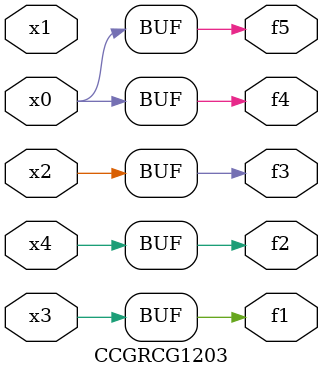
<source format=v>
module CCGRCG1203(
	input x0, x1, x2, x3, x4,
	output f1, f2, f3, f4, f5
);
	assign f1 = x3;
	assign f2 = x4;
	assign f3 = x2;
	assign f4 = x0;
	assign f5 = x0;
endmodule

</source>
